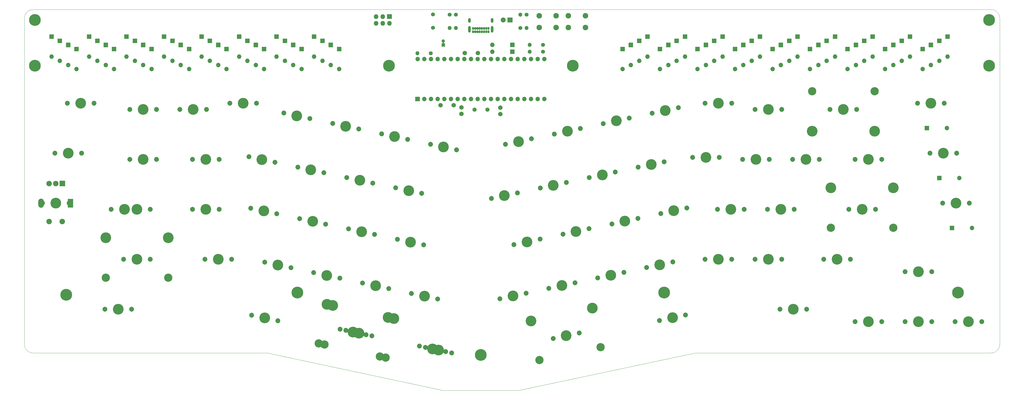
<source format=gbr>
%TF.GenerationSoftware,KiCad,Pcbnew,5.1.7-a382d34a8~88~ubuntu20.04.1*%
%TF.CreationDate,2021-03-29T21:25:24+02:00*%
%TF.ProjectId,basketweave,6261736b-6574-4776-9561-76652e6b6963,rev?*%
%TF.SameCoordinates,Original*%
%TF.FileFunction,Soldermask,Top*%
%TF.FilePolarity,Negative*%
%FSLAX46Y46*%
G04 Gerber Fmt 4.6, Leading zero omitted, Abs format (unit mm)*
G04 Created by KiCad (PCBNEW 5.1.7-a382d34a8~88~ubuntu20.04.1) date 2021-03-29 21:25:24*
%MOMM*%
%LPD*%
G01*
G04 APERTURE LIST*
%TA.AperFunction,Profile*%
%ADD10C,0.050000*%
%TD*%
%ADD11O,1.702000X1.702000*%
%ADD12C,4.089800*%
%ADD13C,1.852000*%
%ADD14C,3.150000*%
%ADD15C,4.502000*%
%ADD16C,1.902000*%
%ADD17O,0.752000X1.102000*%
%ADD18O,1.002000X2.502000*%
%ADD19O,1.002000X1.802000*%
%ADD20C,2.102000*%
%ADD21O,1.802000X1.802000*%
%ADD22C,1.702000*%
%ADD23O,1.502000X1.502000*%
%ADD24C,1.502000*%
%ADD25C,1.602000*%
%ADD26C,1.302000*%
%ADD27C,0.150000*%
G04 APERTURE END LIST*
D10*
X25400000Y-83343750D02*
G75*
G02*
X28575000Y-80168750I3175000J0D01*
G01*
X184943750Y-225425000D02*
X213518750Y-225425000D01*
X28575000Y-211137500D02*
G75*
G02*
X25400000Y-207962500I0J3175000D01*
G01*
X396875000Y-207962500D02*
G75*
G02*
X393700000Y-211137500I-3175000J0D01*
G01*
X393700000Y-80168750D02*
G75*
G02*
X396875000Y-83343750I0J-3175000D01*
G01*
X280987500Y-211137500D02*
X213518750Y-225425000D01*
X393700000Y-211137500D02*
X280987500Y-211137500D01*
X117824250Y-211137500D02*
X184943750Y-225425000D01*
X28575000Y-211137500D02*
X117824250Y-211137500D01*
X396875000Y-83343750D02*
X396875000Y-207962500D01*
X28575000Y-80168750D02*
X393700000Y-80168750D01*
X25400000Y-83343750D02*
X25400000Y-207962500D01*
X25400000Y-83343750D02*
G75*
G02*
X28575000Y-80168750I3175000J0D01*
G01*
X184943750Y-225425000D02*
X213518750Y-225425000D01*
X28575000Y-211137500D02*
G75*
G02*
X25400000Y-207962500I0J3175000D01*
G01*
X396875000Y-207962500D02*
G75*
G02*
X393700000Y-211137500I-3175000J0D01*
G01*
X393700000Y-80168750D02*
G75*
G02*
X396875000Y-83343750I0J-3175000D01*
G01*
X280987500Y-211137500D02*
X213518750Y-225425000D01*
X393700000Y-211137500D02*
X280987500Y-211137500D01*
X117824250Y-211137500D02*
X184943750Y-225425000D01*
X28575000Y-211137500D02*
X117824250Y-211137500D01*
X396875000Y-83343750D02*
X396875000Y-207962500D01*
X28575000Y-80168750D02*
X393700000Y-80168750D01*
X25400000Y-83343750D02*
X25400000Y-207962500D01*
D11*
X376745500Y-125349000D03*
G36*
G01*
X368274500Y-126149000D02*
X368274500Y-124549000D01*
G75*
G02*
X368325500Y-124498000I51000J0D01*
G01*
X369925500Y-124498000D01*
G75*
G02*
X369976500Y-124549000I0J-51000D01*
G01*
X369976500Y-126149000D01*
G75*
G02*
X369925500Y-126200000I-51000J0D01*
G01*
X368325500Y-126200000D01*
G75*
G02*
X368274500Y-126149000I0J51000D01*
G01*
G37*
D12*
X37306250Y-153987500D03*
D13*
X32226250Y-153987500D03*
X42386250Y-153987500D03*
D12*
X42068750Y-134937500D03*
D13*
X36988750Y-134937500D03*
X47148750Y-134937500D03*
D12*
X375443750Y-134937500D03*
D13*
X370363750Y-134937500D03*
X380523750Y-134937500D03*
D12*
X370681250Y-115887500D03*
D13*
X365601250Y-115887500D03*
X375761250Y-115887500D03*
D12*
X380206250Y-153987500D03*
D13*
X375126250Y-153987500D03*
X385286250Y-153987500D03*
D11*
X386334000Y-163449000D03*
G36*
G01*
X377863000Y-164249000D02*
X377863000Y-162649000D01*
G75*
G02*
X377914000Y-162598000I51000J0D01*
G01*
X379514000Y-162598000D01*
G75*
G02*
X379565000Y-162649000I0J-51000D01*
G01*
X379565000Y-164249000D01*
G75*
G02*
X379514000Y-164300000I-51000J0D01*
G01*
X377914000Y-164300000D01*
G75*
G02*
X377863000Y-164249000I0J51000D01*
G01*
G37*
X381508000Y-144399000D03*
G36*
G01*
X373037000Y-145199000D02*
X373037000Y-143599000D01*
G75*
G02*
X373088000Y-143548000I51000J0D01*
G01*
X374688000Y-143548000D01*
G75*
G02*
X374739000Y-143599000I0J-51000D01*
G01*
X374739000Y-145199000D01*
G75*
G02*
X374688000Y-145250000I-51000J0D01*
G01*
X373088000Y-145250000D01*
G75*
G02*
X373037000Y-145199000I0J51000D01*
G01*
G37*
D12*
X231753322Y-204558443D03*
D13*
X226784332Y-205614634D03*
X236722312Y-203502252D03*
D14*
X221559515Y-213866253D03*
X244851655Y-208915355D03*
D12*
X218390941Y-198959283D03*
X241683081Y-194008386D03*
X152781000Y-203581000D03*
D13*
X147812010Y-202524809D03*
X157749990Y-204637191D03*
D14*
X139682667Y-207937912D03*
X162974807Y-212888810D03*
D12*
X142851241Y-193030943D03*
X166143381Y-197981840D03*
X183134000Y-210058000D03*
D13*
X178165010Y-209001809D03*
X188102990Y-211114191D03*
X277225240Y-196638536D03*
X267287260Y-198750918D03*
D12*
X272256250Y-197694727D03*
D15*
X269081250Y-188118750D03*
D12*
X349250000Y-126523750D03*
X325437500Y-126523750D03*
D14*
X349250000Y-111283750D03*
X325437500Y-111283750D03*
D13*
X342423750Y-118268750D03*
X332263750Y-118268750D03*
D12*
X337343750Y-118268750D03*
D13*
X75723750Y-137318750D03*
X65563750Y-137318750D03*
D12*
X70643750Y-137318750D03*
D13*
X351948750Y-137318750D03*
X341788750Y-137318750D03*
D12*
X346868750Y-137318750D03*
D13*
X68580000Y-156368750D03*
X58420000Y-156368750D03*
D12*
X63500000Y-156368750D03*
D13*
X73342500Y-156368750D03*
X63182500Y-156368750D03*
D12*
X68262500Y-156368750D03*
X344487500Y-156368750D03*
D13*
X339407500Y-156368750D03*
X349567500Y-156368750D03*
D14*
X332581250Y-163353750D03*
X356393750Y-163353750D03*
D12*
X332581250Y-148113750D03*
X356393750Y-148113750D03*
X68262500Y-175418750D03*
D13*
X63182500Y-175418750D03*
X73342500Y-175418750D03*
D14*
X56356250Y-182403750D03*
X80168750Y-182403750D03*
D12*
X56356250Y-167163750D03*
X80168750Y-167163750D03*
D13*
X340042500Y-175418750D03*
X329882500Y-175418750D03*
D12*
X334962500Y-175418750D03*
D13*
X66198750Y-194468750D03*
X56038750Y-194468750D03*
D12*
X61118750Y-194468750D03*
D13*
X121904240Y-198829622D03*
X111966260Y-196717240D03*
D12*
X116935250Y-197773431D03*
X150557691Y-203151878D03*
D13*
X145588701Y-202095687D03*
X155526681Y-204208069D03*
D14*
X137459358Y-207508790D03*
X160751498Y-212459688D03*
D12*
X140627932Y-192601821D03*
X163920072Y-197552718D03*
D13*
X185806463Y-210644235D03*
X175868483Y-208531853D03*
D12*
X180837473Y-209588044D03*
D13*
X323373750Y-194468750D03*
X313213750Y-194468750D03*
D12*
X318293750Y-194468750D03*
D13*
X218550227Y-129462495D03*
X208612247Y-131574877D03*
D12*
X213581237Y-130518686D03*
D13*
X171369552Y-129673222D03*
X161431572Y-127560840D03*
D12*
X166400562Y-128617031D03*
D13*
X190003264Y-133633939D03*
X180065284Y-131521557D03*
D12*
X185034274Y-132577748D03*
D13*
X313848750Y-175418750D03*
X303688750Y-175418750D03*
D12*
X308768750Y-175418750D03*
D13*
X328136250Y-137318750D03*
X317976250Y-137318750D03*
D12*
X323056250Y-137318750D03*
D13*
X221813235Y-167720098D03*
X211875255Y-169832480D03*
D12*
X216844245Y-168776289D03*
D13*
X237183939Y-125501777D03*
X227245959Y-127614159D03*
D12*
X232214949Y-126557968D03*
D13*
X294798750Y-115887500D03*
X284638750Y-115887500D03*
D12*
X289718750Y-115887500D03*
D13*
X213194089Y-150076565D03*
X203256109Y-152188947D03*
D12*
X208225099Y-151132756D03*
D13*
X274451362Y-117580342D03*
X264513382Y-119692724D03*
D12*
X269482372Y-118636533D03*
D13*
X290036250Y-136525000D03*
X279876250Y-136525000D03*
D12*
X284956250Y-136525000D03*
D13*
X390048750Y-199231250D03*
X379888750Y-199231250D03*
D12*
X384968750Y-199231250D03*
X129133139Y-120695595D03*
D13*
X124164149Y-119639404D03*
X134102129Y-121751786D03*
D12*
X108743750Y-115887500D03*
D13*
X103663750Y-115887500D03*
X113823750Y-115887500D03*
X104298750Y-175418750D03*
X94138750Y-175418750D03*
D12*
X99218750Y-175418750D03*
X70643750Y-118268750D03*
D13*
X65563750Y-118268750D03*
X75723750Y-118268750D03*
X255817651Y-121541059D03*
X245879671Y-123653441D03*
D12*
X250848661Y-122597250D03*
D13*
X152735840Y-125712504D03*
X142797860Y-123600122D03*
D12*
X147766850Y-124656313D03*
D13*
X370998750Y-199231250D03*
X360838750Y-199231250D03*
D12*
X365918750Y-199231250D03*
D13*
X351948750Y-199231250D03*
X341788750Y-199231250D03*
D12*
X346868750Y-199231250D03*
D13*
X370998750Y-180181250D03*
X360838750Y-180181250D03*
D12*
X365918750Y-180181250D03*
D13*
X294798750Y-175418750D03*
X284638750Y-175418750D03*
D12*
X289718750Y-175418750D03*
D13*
X272358232Y-176452015D03*
X262420252Y-178564397D03*
D12*
X267389242Y-177508206D03*
D13*
X253724520Y-180412733D03*
X243786540Y-182525115D03*
D12*
X248755530Y-181468924D03*
D13*
X235090808Y-184373451D03*
X225152828Y-186485833D03*
D12*
X230121818Y-185429642D03*
D13*
X182779539Y-190525254D03*
X172841559Y-188412872D03*
D12*
X177810549Y-189469063D03*
D13*
X164145827Y-186564536D03*
X154207847Y-184452154D03*
D12*
X159176837Y-185508345D03*
D13*
X145512115Y-182603819D03*
X135574135Y-180491437D03*
D12*
X140543125Y-181547628D03*
D13*
X126878403Y-178643101D03*
X116940423Y-176530719D03*
D12*
X121909413Y-177586910D03*
D13*
X318611250Y-156368750D03*
X308451250Y-156368750D03*
D12*
X313531250Y-156368750D03*
D13*
X299561250Y-156368750D03*
X289401250Y-156368750D03*
D12*
X294481250Y-156368750D03*
D13*
X277714370Y-155837945D03*
X267776390Y-157950327D03*
D12*
X272745380Y-156894136D03*
D13*
X259080658Y-159798662D03*
X249142678Y-161911044D03*
D12*
X254111668Y-160854853D03*
D13*
X240446946Y-163759380D03*
X230508966Y-165871762D03*
D12*
X235477956Y-164815571D03*
D13*
X177423401Y-169911183D03*
X167485421Y-167798801D03*
D12*
X172454411Y-168854992D03*
D13*
X158789689Y-165950466D03*
X148851709Y-163838084D03*
D12*
X153820699Y-164894275D03*
D13*
X140155977Y-161989748D03*
X130217997Y-159877366D03*
D12*
X135186987Y-160933557D03*
D13*
X121522265Y-158029030D03*
X111584285Y-155916648D03*
D12*
X116553275Y-156972839D03*
D13*
X99536250Y-156368750D03*
X89376250Y-156368750D03*
D12*
X94456250Y-156368750D03*
D13*
X309086250Y-137318750D03*
X298926250Y-137318750D03*
D12*
X304006250Y-137318750D03*
D13*
X269095224Y-138194412D03*
X259157244Y-140306794D03*
D12*
X264126234Y-139250603D03*
D13*
X250461512Y-142155130D03*
X240523532Y-144267512D03*
D12*
X245492522Y-143211321D03*
D13*
X231827801Y-146115848D03*
X221889821Y-148228230D03*
D12*
X226858811Y-147172039D03*
D13*
X176725690Y-150287292D03*
X166787710Y-148174910D03*
D12*
X171756700Y-149231101D03*
D13*
X158091979Y-146326574D03*
X148153999Y-144214192D03*
D12*
X153122989Y-145270383D03*
D13*
X139458267Y-142365857D03*
X129520287Y-140253475D03*
D12*
X134489277Y-141309666D03*
D13*
X120824555Y-138405139D03*
X110886575Y-136292757D03*
D12*
X115855565Y-137348948D03*
D13*
X99536250Y-137318750D03*
X89376250Y-137318750D03*
D12*
X94456250Y-137318750D03*
D13*
X313848750Y-118268750D03*
X303688750Y-118268750D03*
D12*
X308768750Y-118268750D03*
X89693750Y-118268750D03*
D13*
X84613750Y-118268750D03*
X94773750Y-118268750D03*
D16*
X207803750Y-84137500D03*
G36*
G01*
X211294750Y-83237500D02*
X211294750Y-85037500D01*
G75*
G02*
X211243750Y-85088500I-51000J0D01*
G01*
X209443750Y-85088500D01*
G75*
G02*
X209392750Y-85037500I0J51000D01*
G01*
X209392750Y-83237500D01*
G75*
G02*
X209443750Y-83186500I51000J0D01*
G01*
X211243750Y-83186500D01*
G75*
G02*
X211294750Y-83237500I0J-51000D01*
G01*
G37*
D17*
X200506250Y-88650000D03*
X202206250Y-88650000D03*
X201356250Y-88650000D03*
X199656250Y-88650000D03*
X198806250Y-88650000D03*
X197956250Y-88650000D03*
X197106250Y-88650000D03*
X196256250Y-88650000D03*
X202206250Y-87325000D03*
X201351250Y-87325000D03*
X200501250Y-87325000D03*
X199651250Y-87325000D03*
X198801250Y-87325000D03*
X197951250Y-87325000D03*
X197101250Y-87325000D03*
X196251250Y-87325000D03*
D18*
X203556250Y-87670000D03*
X194906250Y-87670000D03*
D19*
X203556250Y-84290000D03*
X194906250Y-84290000D03*
D20*
X227956250Y-82550000D03*
X227956250Y-87050000D03*
X221456250Y-82550000D03*
X221456250Y-87050000D03*
X239068750Y-82550000D03*
X239068750Y-87050000D03*
X232568750Y-82550000D03*
X232568750Y-87050000D03*
G36*
G01*
X163583250Y-81946511D02*
X165283250Y-81946511D01*
G75*
G02*
X165334250Y-81997511I0J-51000D01*
G01*
X165334250Y-83697511D01*
G75*
G02*
X165283250Y-83748511I-51000J0D01*
G01*
X163583250Y-83748511D01*
G75*
G02*
X163532250Y-83697511I0J51000D01*
G01*
X163532250Y-81997511D01*
G75*
G02*
X163583250Y-81946511I51000J0D01*
G01*
G37*
D21*
X164433250Y-85387511D03*
X161893250Y-82847511D03*
X161893250Y-85387511D03*
X159353250Y-82847511D03*
X159353250Y-85387511D03*
D15*
X129381250Y-188118750D03*
G36*
G01*
X175933000Y-115151000D02*
X174333000Y-115151000D01*
G75*
G02*
X174282000Y-115100000I0J51000D01*
G01*
X174282000Y-113500000D01*
G75*
G02*
X174333000Y-113449000I51000J0D01*
G01*
X175933000Y-113449000D01*
G75*
G02*
X175984000Y-113500000I0J-51000D01*
G01*
X175984000Y-115100000D01*
G75*
G02*
X175933000Y-115151000I-51000J0D01*
G01*
G37*
D11*
X223393000Y-99060000D03*
X177673000Y-114300000D03*
X220853000Y-99060000D03*
X180213000Y-114300000D03*
X218313000Y-99060000D03*
X182753000Y-114300000D03*
X215773000Y-99060000D03*
X185293000Y-114300000D03*
X213233000Y-99060000D03*
X187833000Y-114300000D03*
X210693000Y-99060000D03*
X190373000Y-114300000D03*
X208153000Y-99060000D03*
X192913000Y-114300000D03*
X205613000Y-99060000D03*
X195453000Y-114300000D03*
X203073000Y-99060000D03*
X197993000Y-114300000D03*
X200533000Y-99060000D03*
X200533000Y-114300000D03*
X197993000Y-99060000D03*
X203073000Y-114300000D03*
X195453000Y-99060000D03*
X205613000Y-114300000D03*
X192913000Y-99060000D03*
X208153000Y-114300000D03*
X190373000Y-99060000D03*
X210693000Y-114300000D03*
X187833000Y-99060000D03*
X213233000Y-114300000D03*
X185293000Y-99060000D03*
X215773000Y-114300000D03*
X182753000Y-99060000D03*
X218313000Y-114300000D03*
X180213000Y-99060000D03*
X220853000Y-114300000D03*
X177673000Y-99060000D03*
X223393000Y-114300000D03*
X175133000Y-99060000D03*
D22*
X193120000Y-96742250D03*
X198120000Y-96742250D03*
D11*
X203644500Y-93630750D03*
G36*
G01*
X212115500Y-92830750D02*
X212115500Y-94430750D01*
G75*
G02*
X212064500Y-94481750I-51000J0D01*
G01*
X210464500Y-94481750D01*
G75*
G02*
X210413500Y-94430750I0J51000D01*
G01*
X210413500Y-92830750D01*
G75*
G02*
X210464500Y-92779750I51000J0D01*
G01*
X212064500Y-92779750D01*
G75*
G02*
X212115500Y-92830750I0J-51000D01*
G01*
G37*
D23*
X187325000Y-87149000D03*
D24*
X187325000Y-82069000D03*
D23*
X189706250Y-87149000D03*
D24*
X189706250Y-82069000D03*
D22*
X206692500Y-120070250D03*
X206692500Y-117570250D03*
D24*
X180975000Y-82010250D03*
X180975000Y-87110250D03*
D23*
X214312500Y-82137250D03*
D24*
X214312500Y-87217250D03*
D23*
X217805000Y-96234250D03*
D24*
X222885000Y-96234250D03*
D23*
X217805000Y-93599000D03*
D24*
X222885000Y-93599000D03*
D11*
X203644500Y-96234250D03*
G36*
G01*
X212115500Y-95434250D02*
X212115500Y-97034250D01*
G75*
G02*
X212064500Y-97085250I-51000J0D01*
G01*
X210464500Y-97085250D01*
G75*
G02*
X210413500Y-97034250I0J51000D01*
G01*
X210413500Y-95434250D01*
G75*
G02*
X210464500Y-95383250I51000J0D01*
G01*
X212064500Y-95383250D01*
G75*
G02*
X212115500Y-95434250I0J-51000D01*
G01*
G37*
D22*
X183912500Y-116681250D03*
X188912500Y-116681250D03*
X191833500Y-117475000D03*
X191833500Y-119975000D03*
D25*
X201739500Y-118332250D03*
X196859500Y-118332250D03*
G36*
G01*
X38827200Y-145456200D02*
X40827200Y-145456200D01*
G75*
G02*
X40878200Y-145507200I0J-51000D01*
G01*
X40878200Y-147507200D01*
G75*
G02*
X40827200Y-147558200I-51000J0D01*
G01*
X38827200Y-147558200D01*
G75*
G02*
X38776200Y-147507200I0J51000D01*
G01*
X38776200Y-145507200D01*
G75*
G02*
X38827200Y-145456200I51000J0D01*
G01*
G37*
D20*
X37327200Y-146507200D03*
X34827200Y-146507200D03*
G36*
G01*
X41927200Y-152356200D02*
X43927200Y-152356200D01*
G75*
G02*
X43978200Y-152407200I0J-51000D01*
G01*
X43978200Y-155607200D01*
G75*
G02*
X43927200Y-155658200I-51000J0D01*
G01*
X41927200Y-155658200D01*
G75*
G02*
X41876200Y-155607200I0J51000D01*
G01*
X41876200Y-152407200D01*
G75*
G02*
X41927200Y-152356200I51000J0D01*
G01*
G37*
G36*
G01*
X31727200Y-152256200D02*
X31727200Y-152256200D01*
G75*
G02*
X32778200Y-153307200I0J-1051000D01*
G01*
X32778200Y-154707200D01*
G75*
G02*
X31727200Y-155758200I-1051000J0D01*
G01*
X31727200Y-155758200D01*
G75*
G02*
X30676200Y-154707200I0J1051000D01*
G01*
X30676200Y-153307200D01*
G75*
G02*
X31727200Y-152256200I1051000J0D01*
G01*
G37*
X39827200Y-161007200D03*
X34827200Y-161007200D03*
D15*
X29402500Y-84167500D03*
X164226250Y-101563750D03*
X199231250Y-211931250D03*
X381000000Y-188118750D03*
X392872500Y-84167500D03*
X29402500Y-101563750D03*
X392872500Y-101563750D03*
X234236250Y-101563750D03*
X41275000Y-188912500D03*
D11*
X259556250Y-99695000D03*
G36*
G01*
X258756250Y-91224000D02*
X260356250Y-91224000D01*
G75*
G02*
X260407250Y-91275000I0J-51000D01*
G01*
X260407250Y-92875000D01*
G75*
G02*
X260356250Y-92926000I-51000J0D01*
G01*
X258756250Y-92926000D01*
G75*
G02*
X258705250Y-92875000I0J51000D01*
G01*
X258705250Y-91275000D01*
G75*
G02*
X258756250Y-91224000I51000J0D01*
G01*
G37*
X116681250Y-102870000D03*
G36*
G01*
X115881250Y-94399000D02*
X117481250Y-94399000D01*
G75*
G02*
X117532250Y-94450000I0J-51000D01*
G01*
X117532250Y-96050000D01*
G75*
G02*
X117481250Y-96101000I-51000J0D01*
G01*
X115881250Y-96101000D01*
G75*
G02*
X115830250Y-96050000I0J51000D01*
G01*
X115830250Y-94450000D01*
G75*
G02*
X115881250Y-94399000I51000J0D01*
G01*
G37*
D13*
X51911250Y-115887500D03*
X41751250Y-115887500D03*
D12*
X46831250Y-115887500D03*
D11*
X127793750Y-101282500D03*
G36*
G01*
X126993750Y-92811500D02*
X128593750Y-92811500D01*
G75*
G02*
X128644750Y-92862500I0J-51000D01*
G01*
X128644750Y-94462500D01*
G75*
G02*
X128593750Y-94513500I-51000J0D01*
G01*
X126993750Y-94513500D01*
G75*
G02*
X126942750Y-94462500I0J51000D01*
G01*
X126942750Y-92862500D01*
G75*
G02*
X126993750Y-92811500I51000J0D01*
G01*
G37*
D24*
X216693750Y-82137250D03*
D23*
X216693750Y-87217250D03*
D11*
X370681250Y-101282500D03*
G36*
G01*
X369881250Y-92811500D02*
X371481250Y-92811500D01*
G75*
G02*
X371532250Y-92862500I0J-51000D01*
G01*
X371532250Y-94462500D01*
G75*
G02*
X371481250Y-94513500I-51000J0D01*
G01*
X369881250Y-94513500D01*
G75*
G02*
X369830250Y-94462500I0J51000D01*
G01*
X369830250Y-92862500D01*
G75*
G02*
X369881250Y-92811500I51000J0D01*
G01*
G37*
X373856250Y-99695000D03*
G36*
G01*
X373056250Y-91224000D02*
X374656250Y-91224000D01*
G75*
G02*
X374707250Y-91275000I0J-51000D01*
G01*
X374707250Y-92875000D01*
G75*
G02*
X374656250Y-92926000I-51000J0D01*
G01*
X373056250Y-92926000D01*
G75*
G02*
X373005250Y-92875000I0J51000D01*
G01*
X373005250Y-91275000D01*
G75*
G02*
X373056250Y-91224000I51000J0D01*
G01*
G37*
X367506250Y-102870000D03*
G36*
G01*
X366706250Y-94399000D02*
X368306250Y-94399000D01*
G75*
G02*
X368357250Y-94450000I0J-51000D01*
G01*
X368357250Y-96050000D01*
G75*
G02*
X368306250Y-96101000I-51000J0D01*
G01*
X366706250Y-96101000D01*
G75*
G02*
X366655250Y-96050000I0J51000D01*
G01*
X366655250Y-94450000D01*
G75*
G02*
X366706250Y-94399000I51000J0D01*
G01*
G37*
X359568750Y-99695000D03*
G36*
G01*
X358768750Y-91224000D02*
X360368750Y-91224000D01*
G75*
G02*
X360419750Y-91275000I0J-51000D01*
G01*
X360419750Y-92875000D01*
G75*
G02*
X360368750Y-92926000I-51000J0D01*
G01*
X358768750Y-92926000D01*
G75*
G02*
X358717750Y-92875000I0J51000D01*
G01*
X358717750Y-91275000D01*
G75*
G02*
X358768750Y-91224000I51000J0D01*
G01*
G37*
X356393750Y-101282500D03*
G36*
G01*
X355593750Y-92811500D02*
X357193750Y-92811500D01*
G75*
G02*
X357244750Y-92862500I0J-51000D01*
G01*
X357244750Y-94462500D01*
G75*
G02*
X357193750Y-94513500I-51000J0D01*
G01*
X355593750Y-94513500D01*
G75*
G02*
X355542750Y-94462500I0J51000D01*
G01*
X355542750Y-92862500D01*
G75*
G02*
X355593750Y-92811500I51000J0D01*
G01*
G37*
X353218750Y-102870000D03*
G36*
G01*
X352418750Y-94399000D02*
X354018750Y-94399000D01*
G75*
G02*
X354069750Y-94450000I0J-51000D01*
G01*
X354069750Y-96050000D01*
G75*
G02*
X354018750Y-96101000I-51000J0D01*
G01*
X352418750Y-96101000D01*
G75*
G02*
X352367750Y-96050000I0J51000D01*
G01*
X352367750Y-94450000D01*
G75*
G02*
X352418750Y-94399000I51000J0D01*
G01*
G37*
X56356250Y-101282500D03*
G36*
G01*
X55556250Y-92811500D02*
X57156250Y-92811500D01*
G75*
G02*
X57207250Y-92862500I0J-51000D01*
G01*
X57207250Y-94462500D01*
G75*
G02*
X57156250Y-94513500I-51000J0D01*
G01*
X55556250Y-94513500D01*
G75*
G02*
X55505250Y-94462500I0J51000D01*
G01*
X55505250Y-92862500D01*
G75*
G02*
X55556250Y-92811500I51000J0D01*
G01*
G37*
X53181250Y-99695000D03*
G36*
G01*
X52381250Y-91224000D02*
X53981250Y-91224000D01*
G75*
G02*
X54032250Y-91275000I0J-51000D01*
G01*
X54032250Y-92875000D01*
G75*
G02*
X53981250Y-92926000I-51000J0D01*
G01*
X52381250Y-92926000D01*
G75*
G02*
X52330250Y-92875000I0J51000D01*
G01*
X52330250Y-91275000D01*
G75*
G02*
X52381250Y-91224000I51000J0D01*
G01*
G37*
X50006250Y-98107500D03*
G36*
G01*
X49206250Y-89636500D02*
X50806250Y-89636500D01*
G75*
G02*
X50857250Y-89687500I0J-51000D01*
G01*
X50857250Y-91287500D01*
G75*
G02*
X50806250Y-91338500I-51000J0D01*
G01*
X49206250Y-91338500D01*
G75*
G02*
X49155250Y-91287500I0J51000D01*
G01*
X49155250Y-89687500D01*
G75*
G02*
X49206250Y-89636500I51000J0D01*
G01*
G37*
X42068750Y-101282500D03*
G36*
G01*
X41268750Y-92811500D02*
X42868750Y-92811500D01*
G75*
G02*
X42919750Y-92862500I0J-51000D01*
G01*
X42919750Y-94462500D01*
G75*
G02*
X42868750Y-94513500I-51000J0D01*
G01*
X41268750Y-94513500D01*
G75*
G02*
X41217750Y-94462500I0J51000D01*
G01*
X41217750Y-92862500D01*
G75*
G02*
X41268750Y-92811500I51000J0D01*
G01*
G37*
X377031250Y-98107500D03*
G36*
G01*
X376231250Y-89636500D02*
X377831250Y-89636500D01*
G75*
G02*
X377882250Y-89687500I0J-51000D01*
G01*
X377882250Y-91287500D01*
G75*
G02*
X377831250Y-91338500I-51000J0D01*
G01*
X376231250Y-91338500D01*
G75*
G02*
X376180250Y-91287500I0J51000D01*
G01*
X376180250Y-89687500D01*
G75*
G02*
X376231250Y-89636500I51000J0D01*
G01*
G37*
X342106250Y-101282500D03*
G36*
G01*
X341306250Y-92811500D02*
X342906250Y-92811500D01*
G75*
G02*
X342957250Y-92862500I0J-51000D01*
G01*
X342957250Y-94462500D01*
G75*
G02*
X342906250Y-94513500I-51000J0D01*
G01*
X341306250Y-94513500D01*
G75*
G02*
X341255250Y-94462500I0J51000D01*
G01*
X341255250Y-92862500D01*
G75*
G02*
X341306250Y-92811500I51000J0D01*
G01*
G37*
X330993750Y-99695000D03*
G36*
G01*
X330193750Y-91224000D02*
X331793750Y-91224000D01*
G75*
G02*
X331844750Y-91275000I0J-51000D01*
G01*
X331844750Y-92875000D01*
G75*
G02*
X331793750Y-92926000I-51000J0D01*
G01*
X330193750Y-92926000D01*
G75*
G02*
X330142750Y-92875000I0J51000D01*
G01*
X330142750Y-91275000D01*
G75*
G02*
X330193750Y-91224000I51000J0D01*
G01*
G37*
X316706250Y-99695000D03*
G36*
G01*
X315906250Y-91224000D02*
X317506250Y-91224000D01*
G75*
G02*
X317557250Y-91275000I0J-51000D01*
G01*
X317557250Y-92875000D01*
G75*
G02*
X317506250Y-92926000I-51000J0D01*
G01*
X315906250Y-92926000D01*
G75*
G02*
X315855250Y-92875000I0J51000D01*
G01*
X315855250Y-91275000D01*
G75*
G02*
X315906250Y-91224000I51000J0D01*
G01*
G37*
X302418750Y-99695000D03*
G36*
G01*
X301618750Y-91224000D02*
X303218750Y-91224000D01*
G75*
G02*
X303269750Y-91275000I0J-51000D01*
G01*
X303269750Y-92875000D01*
G75*
G02*
X303218750Y-92926000I-51000J0D01*
G01*
X301618750Y-92926000D01*
G75*
G02*
X301567750Y-92875000I0J51000D01*
G01*
X301567750Y-91275000D01*
G75*
G02*
X301618750Y-91224000I51000J0D01*
G01*
G37*
X288131250Y-99695000D03*
G36*
G01*
X287331250Y-91224000D02*
X288931250Y-91224000D01*
G75*
G02*
X288982250Y-91275000I0J-51000D01*
G01*
X288982250Y-92875000D01*
G75*
G02*
X288931250Y-92926000I-51000J0D01*
G01*
X287331250Y-92926000D01*
G75*
G02*
X287280250Y-92875000I0J51000D01*
G01*
X287280250Y-91275000D01*
G75*
G02*
X287331250Y-91224000I51000J0D01*
G01*
G37*
X273843750Y-99695000D03*
G36*
G01*
X273043750Y-91224000D02*
X274643750Y-91224000D01*
G75*
G02*
X274694750Y-91275000I0J-51000D01*
G01*
X274694750Y-92875000D01*
G75*
G02*
X274643750Y-92926000I-51000J0D01*
G01*
X273043750Y-92926000D01*
G75*
G02*
X272992750Y-92875000I0J51000D01*
G01*
X272992750Y-91275000D01*
G75*
G02*
X273043750Y-91224000I51000J0D01*
G01*
G37*
X142081250Y-101282500D03*
G36*
G01*
X141281250Y-92811500D02*
X142881250Y-92811500D01*
G75*
G02*
X142932250Y-92862500I0J-51000D01*
G01*
X142932250Y-94462500D01*
G75*
G02*
X142881250Y-94513500I-51000J0D01*
G01*
X141281250Y-94513500D01*
G75*
G02*
X141230250Y-94462500I0J51000D01*
G01*
X141230250Y-92862500D01*
G75*
G02*
X141281250Y-92811500I51000J0D01*
G01*
G37*
G36*
G01*
X112706250Y-92811500D02*
X114306250Y-92811500D01*
G75*
G02*
X114357250Y-92862500I0J-51000D01*
G01*
X114357250Y-94462500D01*
G75*
G02*
X114306250Y-94513500I-51000J0D01*
G01*
X112706250Y-94513500D01*
G75*
G02*
X112655250Y-94462500I0J51000D01*
G01*
X112655250Y-92862500D01*
G75*
G02*
X112706250Y-92811500I51000J0D01*
G01*
G37*
X113506250Y-101282500D03*
X99218750Y-101282500D03*
G36*
G01*
X98418750Y-92811500D02*
X100018750Y-92811500D01*
G75*
G02*
X100069750Y-92862500I0J-51000D01*
G01*
X100069750Y-94462500D01*
G75*
G02*
X100018750Y-94513500I-51000J0D01*
G01*
X98418750Y-94513500D01*
G75*
G02*
X98367750Y-94462500I0J51000D01*
G01*
X98367750Y-92862500D01*
G75*
G02*
X98418750Y-92811500I51000J0D01*
G01*
G37*
X84931250Y-101282500D03*
G36*
G01*
X84131250Y-92811500D02*
X85731250Y-92811500D01*
G75*
G02*
X85782250Y-92862500I0J-51000D01*
G01*
X85782250Y-94462500D01*
G75*
G02*
X85731250Y-94513500I-51000J0D01*
G01*
X84131250Y-94513500D01*
G75*
G02*
X84080250Y-94462500I0J51000D01*
G01*
X84080250Y-92862500D01*
G75*
G02*
X84131250Y-92811500I51000J0D01*
G01*
G37*
X70643750Y-101282500D03*
G36*
G01*
X69843750Y-92811500D02*
X71443750Y-92811500D01*
G75*
G02*
X71494750Y-92862500I0J-51000D01*
G01*
X71494750Y-94462500D01*
G75*
G02*
X71443750Y-94513500I-51000J0D01*
G01*
X69843750Y-94513500D01*
G75*
G02*
X69792750Y-94462500I0J51000D01*
G01*
X69792750Y-92862500D01*
G75*
G02*
X69843750Y-92811500I51000J0D01*
G01*
G37*
X345281250Y-99695000D03*
G36*
G01*
X344481250Y-91224000D02*
X346081250Y-91224000D01*
G75*
G02*
X346132250Y-91275000I0J-51000D01*
G01*
X346132250Y-92875000D01*
G75*
G02*
X346081250Y-92926000I-51000J0D01*
G01*
X344481250Y-92926000D01*
G75*
G02*
X344430250Y-92875000I0J51000D01*
G01*
X344430250Y-91275000D01*
G75*
G02*
X344481250Y-91224000I51000J0D01*
G01*
G37*
X334168750Y-98107500D03*
G36*
G01*
X333368750Y-89636500D02*
X334968750Y-89636500D01*
G75*
G02*
X335019750Y-89687500I0J-51000D01*
G01*
X335019750Y-91287500D01*
G75*
G02*
X334968750Y-91338500I-51000J0D01*
G01*
X333368750Y-91338500D01*
G75*
G02*
X333317750Y-91287500I0J51000D01*
G01*
X333317750Y-89687500D01*
G75*
G02*
X333368750Y-89636500I51000J0D01*
G01*
G37*
X319881250Y-98107500D03*
G36*
G01*
X319081250Y-89636500D02*
X320681250Y-89636500D01*
G75*
G02*
X320732250Y-89687500I0J-51000D01*
G01*
X320732250Y-91287500D01*
G75*
G02*
X320681250Y-91338500I-51000J0D01*
G01*
X319081250Y-91338500D01*
G75*
G02*
X319030250Y-91287500I0J51000D01*
G01*
X319030250Y-89687500D01*
G75*
G02*
X319081250Y-89636500I51000J0D01*
G01*
G37*
X305593750Y-98107500D03*
G36*
G01*
X304793750Y-89636500D02*
X306393750Y-89636500D01*
G75*
G02*
X306444750Y-89687500I0J-51000D01*
G01*
X306444750Y-91287500D01*
G75*
G02*
X306393750Y-91338500I-51000J0D01*
G01*
X304793750Y-91338500D01*
G75*
G02*
X304742750Y-91287500I0J51000D01*
G01*
X304742750Y-89687500D01*
G75*
G02*
X304793750Y-89636500I51000J0D01*
G01*
G37*
X291306250Y-98107500D03*
G36*
G01*
X290506250Y-89636500D02*
X292106250Y-89636500D01*
G75*
G02*
X292157250Y-89687500I0J-51000D01*
G01*
X292157250Y-91287500D01*
G75*
G02*
X292106250Y-91338500I-51000J0D01*
G01*
X290506250Y-91338500D01*
G75*
G02*
X290455250Y-91287500I0J51000D01*
G01*
X290455250Y-89687500D01*
G75*
G02*
X290506250Y-89636500I51000J0D01*
G01*
G37*
X277018750Y-98107500D03*
G36*
G01*
X276218750Y-89636500D02*
X277818750Y-89636500D01*
G75*
G02*
X277869750Y-89687500I0J-51000D01*
G01*
X277869750Y-91287500D01*
G75*
G02*
X277818750Y-91338500I-51000J0D01*
G01*
X276218750Y-91338500D01*
G75*
G02*
X276167750Y-91287500I0J51000D01*
G01*
X276167750Y-89687500D01*
G75*
G02*
X276218750Y-89636500I51000J0D01*
G01*
G37*
X262731250Y-98107500D03*
G36*
G01*
X261931250Y-89636500D02*
X263531250Y-89636500D01*
G75*
G02*
X263582250Y-89687500I0J-51000D01*
G01*
X263582250Y-91287500D01*
G75*
G02*
X263531250Y-91338500I-51000J0D01*
G01*
X261931250Y-91338500D01*
G75*
G02*
X261880250Y-91287500I0J51000D01*
G01*
X261880250Y-89687500D01*
G75*
G02*
X261931250Y-89636500I51000J0D01*
G01*
G37*
X138906250Y-99695000D03*
G36*
G01*
X138106250Y-91224000D02*
X139706250Y-91224000D01*
G75*
G02*
X139757250Y-91275000I0J-51000D01*
G01*
X139757250Y-92875000D01*
G75*
G02*
X139706250Y-92926000I-51000J0D01*
G01*
X138106250Y-92926000D01*
G75*
G02*
X138055250Y-92875000I0J51000D01*
G01*
X138055250Y-91275000D01*
G75*
G02*
X138106250Y-91224000I51000J0D01*
G01*
G37*
X124618750Y-99695000D03*
G36*
G01*
X123818750Y-91224000D02*
X125418750Y-91224000D01*
G75*
G02*
X125469750Y-91275000I0J-51000D01*
G01*
X125469750Y-92875000D01*
G75*
G02*
X125418750Y-92926000I-51000J0D01*
G01*
X123818750Y-92926000D01*
G75*
G02*
X123767750Y-92875000I0J51000D01*
G01*
X123767750Y-91275000D01*
G75*
G02*
X123818750Y-91224000I51000J0D01*
G01*
G37*
X110331250Y-99695000D03*
G36*
G01*
X109531250Y-91224000D02*
X111131250Y-91224000D01*
G75*
G02*
X111182250Y-91275000I0J-51000D01*
G01*
X111182250Y-92875000D01*
G75*
G02*
X111131250Y-92926000I-51000J0D01*
G01*
X109531250Y-92926000D01*
G75*
G02*
X109480250Y-92875000I0J51000D01*
G01*
X109480250Y-91275000D01*
G75*
G02*
X109531250Y-91224000I51000J0D01*
G01*
G37*
X96043750Y-99695000D03*
G36*
G01*
X95243750Y-91224000D02*
X96843750Y-91224000D01*
G75*
G02*
X96894750Y-91275000I0J-51000D01*
G01*
X96894750Y-92875000D01*
G75*
G02*
X96843750Y-92926000I-51000J0D01*
G01*
X95243750Y-92926000D01*
G75*
G02*
X95192750Y-92875000I0J51000D01*
G01*
X95192750Y-91275000D01*
G75*
G02*
X95243750Y-91224000I51000J0D01*
G01*
G37*
X81756250Y-99695000D03*
G36*
G01*
X80956250Y-91224000D02*
X82556250Y-91224000D01*
G75*
G02*
X82607250Y-91275000I0J-51000D01*
G01*
X82607250Y-92875000D01*
G75*
G02*
X82556250Y-92926000I-51000J0D01*
G01*
X80956250Y-92926000D01*
G75*
G02*
X80905250Y-92875000I0J51000D01*
G01*
X80905250Y-91275000D01*
G75*
G02*
X80956250Y-91224000I51000J0D01*
G01*
G37*
X67468750Y-99695000D03*
G36*
G01*
X66668750Y-91224000D02*
X68268750Y-91224000D01*
G75*
G02*
X68319750Y-91275000I0J-51000D01*
G01*
X68319750Y-92875000D01*
G75*
G02*
X68268750Y-92926000I-51000J0D01*
G01*
X66668750Y-92926000D01*
G75*
G02*
X66617750Y-92875000I0J51000D01*
G01*
X66617750Y-91275000D01*
G75*
G02*
X66668750Y-91224000I51000J0D01*
G01*
G37*
X38893750Y-99695000D03*
G36*
G01*
X38093750Y-91224000D02*
X39693750Y-91224000D01*
G75*
G02*
X39744750Y-91275000I0J-51000D01*
G01*
X39744750Y-92875000D01*
G75*
G02*
X39693750Y-92926000I-51000J0D01*
G01*
X38093750Y-92926000D01*
G75*
G02*
X38042750Y-92875000I0J51000D01*
G01*
X38042750Y-91275000D01*
G75*
G02*
X38093750Y-91224000I51000J0D01*
G01*
G37*
X362743750Y-98107500D03*
G36*
G01*
X361943750Y-89636500D02*
X363543750Y-89636500D01*
G75*
G02*
X363594750Y-89687500I0J-51000D01*
G01*
X363594750Y-91287500D01*
G75*
G02*
X363543750Y-91338500I-51000J0D01*
G01*
X361943750Y-91338500D01*
G75*
G02*
X361892750Y-91287500I0J51000D01*
G01*
X361892750Y-89687500D01*
G75*
G02*
X361943750Y-89636500I51000J0D01*
G01*
G37*
X338931250Y-102870000D03*
G36*
G01*
X338131250Y-94399000D02*
X339731250Y-94399000D01*
G75*
G02*
X339782250Y-94450000I0J-51000D01*
G01*
X339782250Y-96050000D01*
G75*
G02*
X339731250Y-96101000I-51000J0D01*
G01*
X338131250Y-96101000D01*
G75*
G02*
X338080250Y-96050000I0J51000D01*
G01*
X338080250Y-94450000D01*
G75*
G02*
X338131250Y-94399000I51000J0D01*
G01*
G37*
X327818750Y-101282500D03*
G36*
G01*
X327018750Y-92811500D02*
X328618750Y-92811500D01*
G75*
G02*
X328669750Y-92862500I0J-51000D01*
G01*
X328669750Y-94462500D01*
G75*
G02*
X328618750Y-94513500I-51000J0D01*
G01*
X327018750Y-94513500D01*
G75*
G02*
X326967750Y-94462500I0J51000D01*
G01*
X326967750Y-92862500D01*
G75*
G02*
X327018750Y-92811500I51000J0D01*
G01*
G37*
X313531250Y-101282500D03*
G36*
G01*
X312731250Y-92811500D02*
X314331250Y-92811500D01*
G75*
G02*
X314382250Y-92862500I0J-51000D01*
G01*
X314382250Y-94462500D01*
G75*
G02*
X314331250Y-94513500I-51000J0D01*
G01*
X312731250Y-94513500D01*
G75*
G02*
X312680250Y-94462500I0J51000D01*
G01*
X312680250Y-92862500D01*
G75*
G02*
X312731250Y-92811500I51000J0D01*
G01*
G37*
X299243750Y-101282500D03*
G36*
G01*
X298443750Y-92811500D02*
X300043750Y-92811500D01*
G75*
G02*
X300094750Y-92862500I0J-51000D01*
G01*
X300094750Y-94462500D01*
G75*
G02*
X300043750Y-94513500I-51000J0D01*
G01*
X298443750Y-94513500D01*
G75*
G02*
X298392750Y-94462500I0J51000D01*
G01*
X298392750Y-92862500D01*
G75*
G02*
X298443750Y-92811500I51000J0D01*
G01*
G37*
X284956250Y-101282500D03*
G36*
G01*
X284156250Y-92811500D02*
X285756250Y-92811500D01*
G75*
G02*
X285807250Y-92862500I0J-51000D01*
G01*
X285807250Y-94462500D01*
G75*
G02*
X285756250Y-94513500I-51000J0D01*
G01*
X284156250Y-94513500D01*
G75*
G02*
X284105250Y-94462500I0J51000D01*
G01*
X284105250Y-92862500D01*
G75*
G02*
X284156250Y-92811500I51000J0D01*
G01*
G37*
X270668750Y-101282500D03*
G36*
G01*
X269868750Y-92811500D02*
X271468750Y-92811500D01*
G75*
G02*
X271519750Y-92862500I0J-51000D01*
G01*
X271519750Y-94462500D01*
G75*
G02*
X271468750Y-94513500I-51000J0D01*
G01*
X269868750Y-94513500D01*
G75*
G02*
X269817750Y-94462500I0J51000D01*
G01*
X269817750Y-92862500D01*
G75*
G02*
X269868750Y-92811500I51000J0D01*
G01*
G37*
X256381250Y-101282500D03*
G36*
G01*
X255581250Y-92811500D02*
X257181250Y-92811500D01*
G75*
G02*
X257232250Y-92862500I0J-51000D01*
G01*
X257232250Y-94462500D01*
G75*
G02*
X257181250Y-94513500I-51000J0D01*
G01*
X255581250Y-94513500D01*
G75*
G02*
X255530250Y-94462500I0J51000D01*
G01*
X255530250Y-92862500D01*
G75*
G02*
X255581250Y-92811500I51000J0D01*
G01*
G37*
X135731250Y-98107500D03*
G36*
G01*
X134931250Y-89636500D02*
X136531250Y-89636500D01*
G75*
G02*
X136582250Y-89687500I0J-51000D01*
G01*
X136582250Y-91287500D01*
G75*
G02*
X136531250Y-91338500I-51000J0D01*
G01*
X134931250Y-91338500D01*
G75*
G02*
X134880250Y-91287500I0J51000D01*
G01*
X134880250Y-89687500D01*
G75*
G02*
X134931250Y-89636500I51000J0D01*
G01*
G37*
X121443750Y-98107500D03*
G36*
G01*
X120643750Y-89636500D02*
X122243750Y-89636500D01*
G75*
G02*
X122294750Y-89687500I0J-51000D01*
G01*
X122294750Y-91287500D01*
G75*
G02*
X122243750Y-91338500I-51000J0D01*
G01*
X120643750Y-91338500D01*
G75*
G02*
X120592750Y-91287500I0J51000D01*
G01*
X120592750Y-89687500D01*
G75*
G02*
X120643750Y-89636500I51000J0D01*
G01*
G37*
X107156250Y-98107500D03*
G36*
G01*
X106356250Y-89636500D02*
X107956250Y-89636500D01*
G75*
G02*
X108007250Y-89687500I0J-51000D01*
G01*
X108007250Y-91287500D01*
G75*
G02*
X107956250Y-91338500I-51000J0D01*
G01*
X106356250Y-91338500D01*
G75*
G02*
X106305250Y-91287500I0J51000D01*
G01*
X106305250Y-89687500D01*
G75*
G02*
X106356250Y-89636500I51000J0D01*
G01*
G37*
X92868750Y-98107500D03*
G36*
G01*
X92068750Y-89636500D02*
X93668750Y-89636500D01*
G75*
G02*
X93719750Y-89687500I0J-51000D01*
G01*
X93719750Y-91287500D01*
G75*
G02*
X93668750Y-91338500I-51000J0D01*
G01*
X92068750Y-91338500D01*
G75*
G02*
X92017750Y-91287500I0J51000D01*
G01*
X92017750Y-89687500D01*
G75*
G02*
X92068750Y-89636500I51000J0D01*
G01*
G37*
X78581250Y-98107500D03*
G36*
G01*
X77781250Y-89636500D02*
X79381250Y-89636500D01*
G75*
G02*
X79432250Y-89687500I0J-51000D01*
G01*
X79432250Y-91287500D01*
G75*
G02*
X79381250Y-91338500I-51000J0D01*
G01*
X77781250Y-91338500D01*
G75*
G02*
X77730250Y-91287500I0J51000D01*
G01*
X77730250Y-89687500D01*
G75*
G02*
X77781250Y-89636500I51000J0D01*
G01*
G37*
G36*
G01*
X63493750Y-89636500D02*
X65093750Y-89636500D01*
G75*
G02*
X65144750Y-89687500I0J-51000D01*
G01*
X65144750Y-91287500D01*
G75*
G02*
X65093750Y-91338500I-51000J0D01*
G01*
X63493750Y-91338500D01*
G75*
G02*
X63442750Y-91287500I0J51000D01*
G01*
X63442750Y-89687500D01*
G75*
G02*
X63493750Y-89636500I51000J0D01*
G01*
G37*
X64293750Y-98107500D03*
G36*
G01*
X34918750Y-89636500D02*
X36518750Y-89636500D01*
G75*
G02*
X36569750Y-89687500I0J-51000D01*
G01*
X36569750Y-91287500D01*
G75*
G02*
X36518750Y-91338500I-51000J0D01*
G01*
X34918750Y-91338500D01*
G75*
G02*
X34867750Y-91287500I0J51000D01*
G01*
X34867750Y-89687500D01*
G75*
G02*
X34918750Y-89636500I51000J0D01*
G01*
G37*
X35718750Y-98107500D03*
X348456250Y-98107500D03*
G36*
G01*
X347656250Y-89636500D02*
X349256250Y-89636500D01*
G75*
G02*
X349307250Y-89687500I0J-51000D01*
G01*
X349307250Y-91287500D01*
G75*
G02*
X349256250Y-91338500I-51000J0D01*
G01*
X347656250Y-91338500D01*
G75*
G02*
X347605250Y-91287500I0J51000D01*
G01*
X347605250Y-89687500D01*
G75*
G02*
X347656250Y-89636500I51000J0D01*
G01*
G37*
X324643750Y-102870000D03*
G36*
G01*
X323843750Y-94399000D02*
X325443750Y-94399000D01*
G75*
G02*
X325494750Y-94450000I0J-51000D01*
G01*
X325494750Y-96050000D01*
G75*
G02*
X325443750Y-96101000I-51000J0D01*
G01*
X323843750Y-96101000D01*
G75*
G02*
X323792750Y-96050000I0J51000D01*
G01*
X323792750Y-94450000D01*
G75*
G02*
X323843750Y-94399000I51000J0D01*
G01*
G37*
X310356250Y-102870000D03*
G36*
G01*
X309556250Y-94399000D02*
X311156250Y-94399000D01*
G75*
G02*
X311207250Y-94450000I0J-51000D01*
G01*
X311207250Y-96050000D01*
G75*
G02*
X311156250Y-96101000I-51000J0D01*
G01*
X309556250Y-96101000D01*
G75*
G02*
X309505250Y-96050000I0J51000D01*
G01*
X309505250Y-94450000D01*
G75*
G02*
X309556250Y-94399000I51000J0D01*
G01*
G37*
X296068750Y-102870000D03*
G36*
G01*
X295268750Y-94399000D02*
X296868750Y-94399000D01*
G75*
G02*
X296919750Y-94450000I0J-51000D01*
G01*
X296919750Y-96050000D01*
G75*
G02*
X296868750Y-96101000I-51000J0D01*
G01*
X295268750Y-96101000D01*
G75*
G02*
X295217750Y-96050000I0J51000D01*
G01*
X295217750Y-94450000D01*
G75*
G02*
X295268750Y-94399000I51000J0D01*
G01*
G37*
X281781250Y-102870000D03*
G36*
G01*
X280981250Y-94399000D02*
X282581250Y-94399000D01*
G75*
G02*
X282632250Y-94450000I0J-51000D01*
G01*
X282632250Y-96050000D01*
G75*
G02*
X282581250Y-96101000I-51000J0D01*
G01*
X280981250Y-96101000D01*
G75*
G02*
X280930250Y-96050000I0J51000D01*
G01*
X280930250Y-94450000D01*
G75*
G02*
X280981250Y-94399000I51000J0D01*
G01*
G37*
X267493750Y-102870000D03*
G36*
G01*
X266693750Y-94399000D02*
X268293750Y-94399000D01*
G75*
G02*
X268344750Y-94450000I0J-51000D01*
G01*
X268344750Y-96050000D01*
G75*
G02*
X268293750Y-96101000I-51000J0D01*
G01*
X266693750Y-96101000D01*
G75*
G02*
X266642750Y-96050000I0J51000D01*
G01*
X266642750Y-94450000D01*
G75*
G02*
X266693750Y-94399000I51000J0D01*
G01*
G37*
X253206250Y-102870000D03*
G36*
G01*
X252406250Y-94399000D02*
X254006250Y-94399000D01*
G75*
G02*
X254057250Y-94450000I0J-51000D01*
G01*
X254057250Y-96050000D01*
G75*
G02*
X254006250Y-96101000I-51000J0D01*
G01*
X252406250Y-96101000D01*
G75*
G02*
X252355250Y-96050000I0J51000D01*
G01*
X252355250Y-94450000D01*
G75*
G02*
X252406250Y-94399000I51000J0D01*
G01*
G37*
X145256250Y-102870000D03*
G36*
G01*
X144456250Y-94399000D02*
X146056250Y-94399000D01*
G75*
G02*
X146107250Y-94450000I0J-51000D01*
G01*
X146107250Y-96050000D01*
G75*
G02*
X146056250Y-96101000I-51000J0D01*
G01*
X144456250Y-96101000D01*
G75*
G02*
X144405250Y-96050000I0J51000D01*
G01*
X144405250Y-94450000D01*
G75*
G02*
X144456250Y-94399000I51000J0D01*
G01*
G37*
X130968750Y-102870000D03*
G36*
G01*
X130168750Y-94399000D02*
X131768750Y-94399000D01*
G75*
G02*
X131819750Y-94450000I0J-51000D01*
G01*
X131819750Y-96050000D01*
G75*
G02*
X131768750Y-96101000I-51000J0D01*
G01*
X130168750Y-96101000D01*
G75*
G02*
X130117750Y-96050000I0J51000D01*
G01*
X130117750Y-94450000D01*
G75*
G02*
X130168750Y-94399000I51000J0D01*
G01*
G37*
X102393750Y-102870000D03*
G36*
G01*
X101593750Y-94399000D02*
X103193750Y-94399000D01*
G75*
G02*
X103244750Y-94450000I0J-51000D01*
G01*
X103244750Y-96050000D01*
G75*
G02*
X103193750Y-96101000I-51000J0D01*
G01*
X101593750Y-96101000D01*
G75*
G02*
X101542750Y-96050000I0J51000D01*
G01*
X101542750Y-94450000D01*
G75*
G02*
X101593750Y-94399000I51000J0D01*
G01*
G37*
X88106250Y-102870000D03*
G36*
G01*
X87306250Y-94399000D02*
X88906250Y-94399000D01*
G75*
G02*
X88957250Y-94450000I0J-51000D01*
G01*
X88957250Y-96050000D01*
G75*
G02*
X88906250Y-96101000I-51000J0D01*
G01*
X87306250Y-96101000D01*
G75*
G02*
X87255250Y-96050000I0J51000D01*
G01*
X87255250Y-94450000D01*
G75*
G02*
X87306250Y-94399000I51000J0D01*
G01*
G37*
X73818750Y-102870000D03*
G36*
G01*
X73018750Y-94399000D02*
X74618750Y-94399000D01*
G75*
G02*
X74669750Y-94450000I0J-51000D01*
G01*
X74669750Y-96050000D01*
G75*
G02*
X74618750Y-96101000I-51000J0D01*
G01*
X73018750Y-96101000D01*
G75*
G02*
X72967750Y-96050000I0J51000D01*
G01*
X72967750Y-94450000D01*
G75*
G02*
X73018750Y-94399000I51000J0D01*
G01*
G37*
X59531250Y-102870000D03*
G36*
G01*
X58731250Y-94399000D02*
X60331250Y-94399000D01*
G75*
G02*
X60382250Y-94450000I0J-51000D01*
G01*
X60382250Y-96050000D01*
G75*
G02*
X60331250Y-96101000I-51000J0D01*
G01*
X58731250Y-96101000D01*
G75*
G02*
X58680250Y-96050000I0J51000D01*
G01*
X58680250Y-94450000D01*
G75*
G02*
X58731250Y-94399000I51000J0D01*
G01*
G37*
X45243750Y-102870000D03*
G36*
G01*
X44443750Y-94399000D02*
X46043750Y-94399000D01*
G75*
G02*
X46094750Y-94450000I0J-51000D01*
G01*
X46094750Y-96050000D01*
G75*
G02*
X46043750Y-96101000I-51000J0D01*
G01*
X44443750Y-96101000D01*
G75*
G02*
X44392750Y-96050000I0J51000D01*
G01*
X44392750Y-94450000D01*
G75*
G02*
X44443750Y-94399000I51000J0D01*
G01*
G37*
D24*
X180181250Y-96837500D03*
D23*
X175101250Y-96837500D03*
D13*
X216457096Y-188334168D03*
X206519116Y-190446550D03*
D12*
X211488106Y-189390359D03*
D26*
X184943750Y-92162500D03*
G36*
G01*
X185543751Y-94313500D02*
X184343749Y-94313500D01*
G75*
G02*
X184292750Y-94262501I0J50999D01*
G01*
X184292750Y-93062499D01*
G75*
G02*
X184343749Y-93011500I50999J0D01*
G01*
X185543751Y-93011500D01*
G75*
G02*
X185594750Y-93062499I0J-50999D01*
G01*
X185594750Y-94262501D01*
G75*
G02*
X185543751Y-94313500I-50999J0D01*
G01*
G37*
D27*
G36*
X184953295Y-210987381D02*
G01*
X184991577Y-211079801D01*
X185045681Y-211160774D01*
X185045812Y-211162770D01*
X185044149Y-211163881D01*
X185042472Y-211163154D01*
X185030949Y-211149113D01*
X185012312Y-211133818D01*
X184991049Y-211122452D01*
X184967974Y-211115452D01*
X184943983Y-211113089D01*
X184919992Y-211115452D01*
X184896917Y-211122452D01*
X184875653Y-211133817D01*
X184857016Y-211149112D01*
X184845490Y-211163156D01*
X184843618Y-211163860D01*
X184842072Y-211162591D01*
X184842281Y-211160776D01*
X184935668Y-211021012D01*
X184949599Y-210987381D01*
X184951186Y-210986163D01*
X184953295Y-210987381D01*
G37*
G36*
X185154143Y-209772402D02*
G01*
X185159415Y-209789783D01*
X185170780Y-209811046D01*
X185186075Y-209829683D01*
X185204712Y-209844979D01*
X185225976Y-209856344D01*
X185249051Y-209863344D01*
X185273042Y-209865707D01*
X185297033Y-209863344D01*
X185320108Y-209856344D01*
X185336125Y-209847783D01*
X185338124Y-209847849D01*
X185339067Y-209849612D01*
X185338179Y-209851210D01*
X185220289Y-209929981D01*
X185170467Y-209979803D01*
X185168535Y-209980321D01*
X185167053Y-209978389D01*
X185167053Y-209857764D01*
X185150267Y-209773373D01*
X185150910Y-209771479D01*
X185152872Y-209771089D01*
X185154143Y-209772402D01*
G37*
G36*
X178804420Y-209667655D02*
G01*
X178804420Y-209788280D01*
X178821206Y-209872671D01*
X178820563Y-209874565D01*
X178818601Y-209874955D01*
X178817330Y-209873642D01*
X178812058Y-209856261D01*
X178800693Y-209834998D01*
X178785398Y-209816361D01*
X178766761Y-209801065D01*
X178745497Y-209789700D01*
X178722422Y-209782700D01*
X178698431Y-209780337D01*
X178674440Y-209782700D01*
X178651365Y-209789700D01*
X178635348Y-209798261D01*
X178633349Y-209798195D01*
X178632406Y-209796432D01*
X178633294Y-209794834D01*
X178751184Y-209716063D01*
X178801006Y-209666241D01*
X178802938Y-209665723D01*
X178804420Y-209667655D01*
G37*
G36*
X178929001Y-208482890D02*
G01*
X178940524Y-208496931D01*
X178959161Y-208512226D01*
X178980424Y-208523592D01*
X179003499Y-208530592D01*
X179027490Y-208532955D01*
X179051481Y-208530592D01*
X179074556Y-208523592D01*
X179095820Y-208512227D01*
X179114457Y-208496932D01*
X179125983Y-208482888D01*
X179127855Y-208482184D01*
X179129401Y-208483453D01*
X179129192Y-208485268D01*
X179035805Y-208625032D01*
X179021874Y-208658663D01*
X179020287Y-208659881D01*
X179018178Y-208658663D01*
X178979896Y-208566243D01*
X178925792Y-208485270D01*
X178925661Y-208483274D01*
X178927324Y-208482163D01*
X178929001Y-208482890D01*
G37*
G36*
X154633461Y-204430960D02*
G01*
X154642478Y-204476291D01*
X154711795Y-204643635D01*
X154715646Y-204649398D01*
X154715777Y-204651393D01*
X154714114Y-204652505D01*
X154712437Y-204651778D01*
X154700916Y-204637740D01*
X154682279Y-204622445D01*
X154661016Y-204611079D01*
X154637941Y-204604079D01*
X154613950Y-204601716D01*
X154589959Y-204604079D01*
X154566884Y-204611079D01*
X154545620Y-204622444D01*
X154526983Y-204637739D01*
X154515459Y-204651781D01*
X154513587Y-204652485D01*
X154512041Y-204651216D01*
X154512250Y-204649401D01*
X154582668Y-204544012D01*
X154629651Y-204430585D01*
X154631238Y-204429367D01*
X154633461Y-204430960D01*
G37*
G36*
X154816902Y-203374628D02*
G01*
X154822174Y-203392009D01*
X154833539Y-203413273D01*
X154848834Y-203431909D01*
X154867471Y-203447205D01*
X154888735Y-203458570D01*
X154911810Y-203465570D01*
X154935801Y-203467933D01*
X154959792Y-203465570D01*
X154982867Y-203458570D01*
X154998892Y-203450004D01*
X155000891Y-203450070D01*
X155001834Y-203451833D01*
X155000946Y-203453431D01*
X154940507Y-203493815D01*
X154817467Y-203616855D01*
X154815535Y-203617373D01*
X154814053Y-203615441D01*
X154814053Y-203380764D01*
X154813026Y-203375599D01*
X154813669Y-203373705D01*
X154815631Y-203373315D01*
X154816902Y-203374628D01*
G37*
G36*
X148524638Y-203117437D02*
G01*
X148524638Y-203352114D01*
X148525665Y-203357279D01*
X148525022Y-203359173D01*
X148523060Y-203359563D01*
X148521789Y-203358250D01*
X148516517Y-203340869D01*
X148505152Y-203319605D01*
X148489857Y-203300969D01*
X148471220Y-203285673D01*
X148449956Y-203274308D01*
X148426881Y-203267308D01*
X148402890Y-203264945D01*
X148378899Y-203267308D01*
X148355824Y-203274308D01*
X148339799Y-203282874D01*
X148337800Y-203282808D01*
X148336857Y-203281045D01*
X148337745Y-203279447D01*
X148398184Y-203239063D01*
X148521224Y-203116023D01*
X148523156Y-203115505D01*
X148524638Y-203117437D01*
G37*
G36*
X148626254Y-202081100D02*
G01*
X148637775Y-202095138D01*
X148656412Y-202110433D01*
X148677675Y-202121799D01*
X148700750Y-202128799D01*
X148724741Y-202131162D01*
X148748732Y-202128799D01*
X148771807Y-202121799D01*
X148793071Y-202110434D01*
X148811708Y-202095139D01*
X148823232Y-202081097D01*
X148825104Y-202080393D01*
X148826650Y-202081662D01*
X148826441Y-202083477D01*
X148756023Y-202188866D01*
X148709040Y-202302293D01*
X148707453Y-202303511D01*
X148705230Y-202301918D01*
X148696213Y-202256587D01*
X148626896Y-202089243D01*
X148623045Y-202083480D01*
X148622914Y-202081485D01*
X148624577Y-202080373D01*
X148626254Y-202081100D01*
G37*
G36*
X185161845Y-92772324D02*
G01*
X185162610Y-92774172D01*
X185161570Y-92775675D01*
X185145546Y-92784239D01*
X185126909Y-92799535D01*
X185111614Y-92818172D01*
X185100249Y-92839435D01*
X185093249Y-92862510D01*
X185090886Y-92886501D01*
X185093249Y-92910492D01*
X185100249Y-92933567D01*
X185111614Y-92954831D01*
X185126910Y-92973468D01*
X185145547Y-92988763D01*
X185166810Y-93000128D01*
X185189885Y-93007128D01*
X185214072Y-93009510D01*
X185215698Y-93010675D01*
X185215502Y-93012665D01*
X185213876Y-93013500D01*
X184673624Y-93013500D01*
X184671892Y-93012500D01*
X184671892Y-93010500D01*
X184673428Y-93009510D01*
X184697615Y-93007128D01*
X184720690Y-93000128D01*
X184741954Y-92988763D01*
X184760591Y-92973468D01*
X184775886Y-92954831D01*
X184787251Y-92933567D01*
X184794251Y-92910492D01*
X184796614Y-92886501D01*
X184794251Y-92862510D01*
X184787251Y-92839435D01*
X184775886Y-92818171D01*
X184760591Y-92799534D01*
X184741954Y-92784239D01*
X184725930Y-92775675D01*
X184724874Y-92773976D01*
X184725817Y-92772213D01*
X184727638Y-92772063D01*
X184755357Y-92783544D01*
X184880140Y-92808365D01*
X185007360Y-92808365D01*
X185132143Y-92783544D01*
X185159862Y-92772063D01*
X185161845Y-92772324D01*
G37*
G36*
X196576088Y-88275363D02*
G01*
X196586183Y-88290470D01*
X196603231Y-88307516D01*
X196623279Y-88320910D01*
X196645553Y-88330135D01*
X196669203Y-88334839D01*
X196693309Y-88334838D01*
X196716959Y-88330132D01*
X196739233Y-88320905D01*
X196759280Y-88307509D01*
X196776326Y-88290461D01*
X196786411Y-88275367D01*
X196788205Y-88274482D01*
X196789868Y-88275593D01*
X196789838Y-88277421D01*
X196760729Y-88331880D01*
X196739445Y-88402041D01*
X196732250Y-88475094D01*
X196732250Y-88824906D01*
X196739445Y-88897958D01*
X196760728Y-88968119D01*
X196789840Y-89022583D01*
X196789774Y-89024582D01*
X196788011Y-89025525D01*
X196786413Y-89024637D01*
X196776322Y-89009535D01*
X196759275Y-88992488D01*
X196739228Y-88979093D01*
X196716954Y-88969867D01*
X196693304Y-88965162D01*
X196669198Y-88965162D01*
X196645547Y-88969866D01*
X196623274Y-88979092D01*
X196603226Y-88992487D01*
X196586179Y-89009534D01*
X196576089Y-89024634D01*
X196574295Y-89025519D01*
X196572632Y-89024408D01*
X196572662Y-89022580D01*
X196601772Y-88968120D01*
X196623055Y-88897959D01*
X196630250Y-88824906D01*
X196630250Y-88475094D01*
X196623055Y-88402041D01*
X196601772Y-88331880D01*
X196572661Y-88277417D01*
X196572727Y-88275418D01*
X196574490Y-88274475D01*
X196576088Y-88275363D01*
G37*
G36*
X201676088Y-88275363D02*
G01*
X201686183Y-88290470D01*
X201703231Y-88307516D01*
X201723279Y-88320910D01*
X201745553Y-88330135D01*
X201769203Y-88334839D01*
X201793309Y-88334838D01*
X201816959Y-88330132D01*
X201839233Y-88320905D01*
X201859280Y-88307509D01*
X201876326Y-88290461D01*
X201886411Y-88275367D01*
X201888205Y-88274482D01*
X201889868Y-88275593D01*
X201889838Y-88277421D01*
X201860729Y-88331880D01*
X201839445Y-88402041D01*
X201832250Y-88475094D01*
X201832250Y-88824906D01*
X201839445Y-88897958D01*
X201860728Y-88968119D01*
X201889840Y-89022583D01*
X201889774Y-89024582D01*
X201888011Y-89025525D01*
X201886413Y-89024637D01*
X201876322Y-89009535D01*
X201859275Y-88992488D01*
X201839228Y-88979093D01*
X201816954Y-88969867D01*
X201793304Y-88965162D01*
X201769198Y-88965162D01*
X201745547Y-88969866D01*
X201723274Y-88979092D01*
X201703226Y-88992487D01*
X201686179Y-89009534D01*
X201676089Y-89024634D01*
X201674295Y-89025519D01*
X201672632Y-89024408D01*
X201672662Y-89022580D01*
X201701772Y-88968120D01*
X201723055Y-88897959D01*
X201730250Y-88824906D01*
X201730250Y-88475094D01*
X201723055Y-88402041D01*
X201701772Y-88331880D01*
X201672661Y-88277417D01*
X201672727Y-88275418D01*
X201674490Y-88274475D01*
X201676088Y-88275363D01*
G37*
G36*
X200826088Y-88275363D02*
G01*
X200836183Y-88290470D01*
X200853231Y-88307516D01*
X200873279Y-88320910D01*
X200895553Y-88330135D01*
X200919203Y-88334839D01*
X200943309Y-88334838D01*
X200966959Y-88330132D01*
X200989233Y-88320905D01*
X201009280Y-88307509D01*
X201026326Y-88290461D01*
X201036411Y-88275367D01*
X201038205Y-88274482D01*
X201039868Y-88275593D01*
X201039838Y-88277421D01*
X201010729Y-88331880D01*
X200989445Y-88402041D01*
X200982250Y-88475094D01*
X200982250Y-88824906D01*
X200989445Y-88897958D01*
X201010728Y-88968119D01*
X201039840Y-89022583D01*
X201039774Y-89024582D01*
X201038011Y-89025525D01*
X201036413Y-89024637D01*
X201026322Y-89009535D01*
X201009275Y-88992488D01*
X200989228Y-88979093D01*
X200966954Y-88969867D01*
X200943304Y-88965162D01*
X200919198Y-88965162D01*
X200895547Y-88969866D01*
X200873274Y-88979092D01*
X200853226Y-88992487D01*
X200836179Y-89009534D01*
X200826089Y-89024634D01*
X200824295Y-89025519D01*
X200822632Y-89024408D01*
X200822662Y-89022580D01*
X200851772Y-88968120D01*
X200873055Y-88897959D01*
X200880250Y-88824906D01*
X200880250Y-88475094D01*
X200873055Y-88402041D01*
X200851772Y-88331880D01*
X200822661Y-88277417D01*
X200822727Y-88275418D01*
X200824490Y-88274475D01*
X200826088Y-88275363D01*
G37*
G36*
X199126088Y-88275363D02*
G01*
X199136183Y-88290470D01*
X199153231Y-88307516D01*
X199173279Y-88320910D01*
X199195553Y-88330135D01*
X199219203Y-88334839D01*
X199243309Y-88334838D01*
X199266959Y-88330132D01*
X199289233Y-88320905D01*
X199309280Y-88307509D01*
X199326326Y-88290461D01*
X199336411Y-88275367D01*
X199338205Y-88274482D01*
X199339868Y-88275593D01*
X199339838Y-88277421D01*
X199310729Y-88331880D01*
X199289445Y-88402041D01*
X199282250Y-88475094D01*
X199282250Y-88824906D01*
X199289445Y-88897958D01*
X199310728Y-88968119D01*
X199339840Y-89022583D01*
X199339774Y-89024582D01*
X199338011Y-89025525D01*
X199336413Y-89024637D01*
X199326322Y-89009535D01*
X199309275Y-88992488D01*
X199289228Y-88979093D01*
X199266954Y-88969867D01*
X199243304Y-88965162D01*
X199219198Y-88965162D01*
X199195547Y-88969866D01*
X199173274Y-88979092D01*
X199153226Y-88992487D01*
X199136179Y-89009534D01*
X199126089Y-89024634D01*
X199124295Y-89025519D01*
X199122632Y-89024408D01*
X199122662Y-89022580D01*
X199151772Y-88968120D01*
X199173055Y-88897959D01*
X199180250Y-88824906D01*
X199180250Y-88475094D01*
X199173055Y-88402041D01*
X199151772Y-88331880D01*
X199122661Y-88277417D01*
X199122727Y-88275418D01*
X199124490Y-88274475D01*
X199126088Y-88275363D01*
G37*
G36*
X199976088Y-88275363D02*
G01*
X199986183Y-88290470D01*
X200003231Y-88307516D01*
X200023279Y-88320910D01*
X200045553Y-88330135D01*
X200069203Y-88334839D01*
X200093309Y-88334838D01*
X200116959Y-88330132D01*
X200139233Y-88320905D01*
X200159280Y-88307509D01*
X200176326Y-88290461D01*
X200186411Y-88275367D01*
X200188205Y-88274482D01*
X200189868Y-88275593D01*
X200189838Y-88277421D01*
X200160729Y-88331880D01*
X200139445Y-88402041D01*
X200132250Y-88475094D01*
X200132250Y-88824906D01*
X200139445Y-88897958D01*
X200160728Y-88968119D01*
X200189840Y-89022583D01*
X200189774Y-89024582D01*
X200188011Y-89025525D01*
X200186413Y-89024637D01*
X200176322Y-89009535D01*
X200159275Y-88992488D01*
X200139228Y-88979093D01*
X200116954Y-88969867D01*
X200093304Y-88965162D01*
X200069198Y-88965162D01*
X200045547Y-88969866D01*
X200023274Y-88979092D01*
X200003226Y-88992487D01*
X199986179Y-89009534D01*
X199976089Y-89024634D01*
X199974295Y-89025519D01*
X199972632Y-89024408D01*
X199972662Y-89022580D01*
X200001772Y-88968120D01*
X200023055Y-88897959D01*
X200030250Y-88824906D01*
X200030250Y-88475094D01*
X200023055Y-88402041D01*
X200001772Y-88331880D01*
X199972661Y-88277417D01*
X199972727Y-88275418D01*
X199974490Y-88274475D01*
X199976088Y-88275363D01*
G37*
G36*
X197426088Y-88275363D02*
G01*
X197436183Y-88290470D01*
X197453231Y-88307516D01*
X197473279Y-88320910D01*
X197495553Y-88330135D01*
X197519203Y-88334839D01*
X197543309Y-88334838D01*
X197566959Y-88330132D01*
X197589233Y-88320905D01*
X197609280Y-88307509D01*
X197626326Y-88290461D01*
X197636411Y-88275367D01*
X197638205Y-88274482D01*
X197639868Y-88275593D01*
X197639838Y-88277421D01*
X197610729Y-88331880D01*
X197589445Y-88402041D01*
X197582250Y-88475094D01*
X197582250Y-88824906D01*
X197589445Y-88897958D01*
X197610728Y-88968119D01*
X197639840Y-89022583D01*
X197639774Y-89024582D01*
X197638011Y-89025525D01*
X197636413Y-89024637D01*
X197626322Y-89009535D01*
X197609275Y-88992488D01*
X197589228Y-88979093D01*
X197566954Y-88969867D01*
X197543304Y-88965162D01*
X197519198Y-88965162D01*
X197495547Y-88969866D01*
X197473274Y-88979092D01*
X197453226Y-88992487D01*
X197436179Y-89009534D01*
X197426089Y-89024634D01*
X197424295Y-89025519D01*
X197422632Y-89024408D01*
X197422662Y-89022580D01*
X197451772Y-88968120D01*
X197473055Y-88897959D01*
X197480250Y-88824906D01*
X197480250Y-88475094D01*
X197473055Y-88402041D01*
X197451772Y-88331880D01*
X197422661Y-88277417D01*
X197422727Y-88275418D01*
X197424490Y-88274475D01*
X197426088Y-88275363D01*
G37*
G36*
X198276088Y-88275363D02*
G01*
X198286183Y-88290470D01*
X198303231Y-88307516D01*
X198323279Y-88320910D01*
X198345553Y-88330135D01*
X198369203Y-88334839D01*
X198393309Y-88334838D01*
X198416959Y-88330132D01*
X198439233Y-88320905D01*
X198459280Y-88307509D01*
X198476326Y-88290461D01*
X198486411Y-88275367D01*
X198488205Y-88274482D01*
X198489868Y-88275593D01*
X198489838Y-88277421D01*
X198460729Y-88331880D01*
X198439445Y-88402041D01*
X198432250Y-88475094D01*
X198432250Y-88824906D01*
X198439445Y-88897958D01*
X198460728Y-88968119D01*
X198489840Y-89022583D01*
X198489774Y-89024582D01*
X198488011Y-89025525D01*
X198486413Y-89024637D01*
X198476322Y-89009535D01*
X198459275Y-88992488D01*
X198439228Y-88979093D01*
X198416954Y-88969867D01*
X198393304Y-88965162D01*
X198369198Y-88965162D01*
X198345547Y-88969866D01*
X198323274Y-88979092D01*
X198303226Y-88992487D01*
X198286179Y-89009534D01*
X198276089Y-89024634D01*
X198274295Y-89025519D01*
X198272632Y-89024408D01*
X198272662Y-89022580D01*
X198301772Y-88968120D01*
X198323055Y-88897959D01*
X198330250Y-88824906D01*
X198330250Y-88475094D01*
X198323055Y-88402041D01*
X198301772Y-88331880D01*
X198272661Y-88277417D01*
X198272727Y-88275418D01*
X198274490Y-88274475D01*
X198276088Y-88275363D01*
G37*
G36*
X196571088Y-86950363D02*
G01*
X196581183Y-86965470D01*
X196598231Y-86982516D01*
X196618279Y-86995910D01*
X196640553Y-87005135D01*
X196664203Y-87009839D01*
X196688309Y-87009838D01*
X196711959Y-87005132D01*
X196734233Y-86995905D01*
X196754280Y-86982509D01*
X196771326Y-86965461D01*
X196781411Y-86950367D01*
X196783205Y-86949482D01*
X196784868Y-86950593D01*
X196784838Y-86952421D01*
X196755729Y-87006880D01*
X196734445Y-87077041D01*
X196727250Y-87150094D01*
X196727250Y-87499906D01*
X196734445Y-87572958D01*
X196755728Y-87643119D01*
X196784840Y-87697583D01*
X196784774Y-87699582D01*
X196783011Y-87700525D01*
X196781413Y-87699637D01*
X196771322Y-87684535D01*
X196754275Y-87667488D01*
X196734228Y-87654093D01*
X196711954Y-87644867D01*
X196688304Y-87640162D01*
X196664198Y-87640162D01*
X196640547Y-87644866D01*
X196618274Y-87654092D01*
X196598226Y-87667487D01*
X196581179Y-87684534D01*
X196571089Y-87699634D01*
X196569295Y-87700519D01*
X196567632Y-87699408D01*
X196567662Y-87697580D01*
X196596772Y-87643120D01*
X196618055Y-87572959D01*
X196625250Y-87499906D01*
X196625250Y-87150094D01*
X196618055Y-87077041D01*
X196596772Y-87006880D01*
X196567661Y-86952417D01*
X196567727Y-86950418D01*
X196569490Y-86949475D01*
X196571088Y-86950363D01*
G37*
G36*
X200821088Y-86950363D02*
G01*
X200831183Y-86965470D01*
X200848231Y-86982516D01*
X200868279Y-86995910D01*
X200890553Y-87005135D01*
X200914203Y-87009839D01*
X200938309Y-87009838D01*
X200961959Y-87005132D01*
X200984233Y-86995905D01*
X201004280Y-86982509D01*
X201021326Y-86965461D01*
X201031411Y-86950367D01*
X201033205Y-86949482D01*
X201034868Y-86950593D01*
X201034838Y-86952421D01*
X201005729Y-87006880D01*
X200984445Y-87077041D01*
X200977250Y-87150094D01*
X200977250Y-87499906D01*
X200984445Y-87572958D01*
X201005728Y-87643119D01*
X201034840Y-87697583D01*
X201034774Y-87699582D01*
X201033011Y-87700525D01*
X201031413Y-87699637D01*
X201021322Y-87684535D01*
X201004275Y-87667488D01*
X200984228Y-87654093D01*
X200961954Y-87644867D01*
X200938304Y-87640162D01*
X200914198Y-87640162D01*
X200890547Y-87644866D01*
X200868274Y-87654092D01*
X200848226Y-87667487D01*
X200831179Y-87684534D01*
X200821089Y-87699634D01*
X200819295Y-87700519D01*
X200817632Y-87699408D01*
X200817662Y-87697580D01*
X200846772Y-87643120D01*
X200868055Y-87572959D01*
X200875250Y-87499906D01*
X200875250Y-87150094D01*
X200868055Y-87077041D01*
X200846772Y-87006880D01*
X200817661Y-86952417D01*
X200817727Y-86950418D01*
X200819490Y-86949475D01*
X200821088Y-86950363D01*
G37*
G36*
X199971088Y-86950363D02*
G01*
X199981183Y-86965470D01*
X199998231Y-86982516D01*
X200018279Y-86995910D01*
X200040553Y-87005135D01*
X200064203Y-87009839D01*
X200088309Y-87009838D01*
X200111959Y-87005132D01*
X200134233Y-86995905D01*
X200154280Y-86982509D01*
X200171326Y-86965461D01*
X200181411Y-86950367D01*
X200183205Y-86949482D01*
X200184868Y-86950593D01*
X200184838Y-86952421D01*
X200155729Y-87006880D01*
X200134445Y-87077041D01*
X200127250Y-87150094D01*
X200127250Y-87499906D01*
X200134445Y-87572958D01*
X200155728Y-87643119D01*
X200184840Y-87697583D01*
X200184774Y-87699582D01*
X200183011Y-87700525D01*
X200181413Y-87699637D01*
X200171322Y-87684535D01*
X200154275Y-87667488D01*
X200134228Y-87654093D01*
X200111954Y-87644867D01*
X200088304Y-87640162D01*
X200064198Y-87640162D01*
X200040547Y-87644866D01*
X200018274Y-87654092D01*
X199998226Y-87667487D01*
X199981179Y-87684534D01*
X199971089Y-87699634D01*
X199969295Y-87700519D01*
X199967632Y-87699408D01*
X199967662Y-87697580D01*
X199996772Y-87643120D01*
X200018055Y-87572959D01*
X200025250Y-87499906D01*
X200025250Y-87150094D01*
X200018055Y-87077041D01*
X199996772Y-87006880D01*
X199967661Y-86952417D01*
X199967727Y-86950418D01*
X199969490Y-86949475D01*
X199971088Y-86950363D01*
G37*
G36*
X197421088Y-86950363D02*
G01*
X197431183Y-86965470D01*
X197448231Y-86982516D01*
X197468279Y-86995910D01*
X197490553Y-87005135D01*
X197514203Y-87009839D01*
X197538309Y-87009838D01*
X197561959Y-87005132D01*
X197584233Y-86995905D01*
X197604280Y-86982509D01*
X197621326Y-86965461D01*
X197631411Y-86950367D01*
X197633205Y-86949482D01*
X197634868Y-86950593D01*
X197634838Y-86952421D01*
X197605729Y-87006880D01*
X197584445Y-87077041D01*
X197577250Y-87150094D01*
X197577250Y-87499906D01*
X197584445Y-87572958D01*
X197605728Y-87643119D01*
X197634840Y-87697583D01*
X197634774Y-87699582D01*
X197633011Y-87700525D01*
X197631413Y-87699637D01*
X197621322Y-87684535D01*
X197604275Y-87667488D01*
X197584228Y-87654093D01*
X197561954Y-87644867D01*
X197538304Y-87640162D01*
X197514198Y-87640162D01*
X197490547Y-87644866D01*
X197468274Y-87654092D01*
X197448226Y-87667487D01*
X197431179Y-87684534D01*
X197421089Y-87699634D01*
X197419295Y-87700519D01*
X197417632Y-87699408D01*
X197417662Y-87697580D01*
X197446772Y-87643120D01*
X197468055Y-87572959D01*
X197475250Y-87499906D01*
X197475250Y-87150094D01*
X197468055Y-87077041D01*
X197446772Y-87006880D01*
X197417661Y-86952417D01*
X197417727Y-86950418D01*
X197419490Y-86949475D01*
X197421088Y-86950363D01*
G37*
G36*
X198271088Y-86950363D02*
G01*
X198281183Y-86965470D01*
X198298231Y-86982516D01*
X198318279Y-86995910D01*
X198340553Y-87005135D01*
X198364203Y-87009839D01*
X198388309Y-87009838D01*
X198411959Y-87005132D01*
X198434233Y-86995905D01*
X198454280Y-86982509D01*
X198471326Y-86965461D01*
X198481411Y-86950367D01*
X198483205Y-86949482D01*
X198484868Y-86950593D01*
X198484838Y-86952421D01*
X198455729Y-87006880D01*
X198434445Y-87077041D01*
X198427250Y-87150094D01*
X198427250Y-87499906D01*
X198434445Y-87572958D01*
X198455728Y-87643119D01*
X198484840Y-87697583D01*
X198484774Y-87699582D01*
X198483011Y-87700525D01*
X198481413Y-87699637D01*
X198471322Y-87684535D01*
X198454275Y-87667488D01*
X198434228Y-87654093D01*
X198411954Y-87644867D01*
X198388304Y-87640162D01*
X198364198Y-87640162D01*
X198340547Y-87644866D01*
X198318274Y-87654092D01*
X198298226Y-87667487D01*
X198281179Y-87684534D01*
X198271089Y-87699634D01*
X198269295Y-87700519D01*
X198267632Y-87699408D01*
X198267662Y-87697580D01*
X198296772Y-87643120D01*
X198318055Y-87572959D01*
X198325250Y-87499906D01*
X198325250Y-87150094D01*
X198318055Y-87077041D01*
X198296772Y-87006880D01*
X198267661Y-86952417D01*
X198267727Y-86950418D01*
X198269490Y-86949475D01*
X198271088Y-86950363D01*
G37*
G36*
X199121088Y-86950363D02*
G01*
X199131183Y-86965470D01*
X199148231Y-86982516D01*
X199168279Y-86995910D01*
X199190553Y-87005135D01*
X199214203Y-87009839D01*
X199238309Y-87009838D01*
X199261959Y-87005132D01*
X199284233Y-86995905D01*
X199304280Y-86982509D01*
X199321326Y-86965461D01*
X199331411Y-86950367D01*
X199333205Y-86949482D01*
X199334868Y-86950593D01*
X199334838Y-86952421D01*
X199305729Y-87006880D01*
X199284445Y-87077041D01*
X199277250Y-87150094D01*
X199277250Y-87499906D01*
X199284445Y-87572958D01*
X199305728Y-87643119D01*
X199334840Y-87697583D01*
X199334774Y-87699582D01*
X199333011Y-87700525D01*
X199331413Y-87699637D01*
X199321322Y-87684535D01*
X199304275Y-87667488D01*
X199284228Y-87654093D01*
X199261954Y-87644867D01*
X199238304Y-87640162D01*
X199214198Y-87640162D01*
X199190547Y-87644866D01*
X199168274Y-87654092D01*
X199148226Y-87667487D01*
X199131179Y-87684534D01*
X199121089Y-87699634D01*
X199119295Y-87700519D01*
X199117632Y-87699408D01*
X199117662Y-87697580D01*
X199146772Y-87643120D01*
X199168055Y-87572959D01*
X199175250Y-87499906D01*
X199175250Y-87150094D01*
X199168055Y-87077041D01*
X199146772Y-87006880D01*
X199117661Y-86952417D01*
X199117727Y-86950418D01*
X199119490Y-86949475D01*
X199121088Y-86950363D01*
G37*
G36*
X201673587Y-86955039D02*
G01*
X201683681Y-86970145D01*
X201700728Y-86987192D01*
X201720776Y-87000586D01*
X201743050Y-87009812D01*
X201766700Y-87014516D01*
X201790806Y-87014516D01*
X201814456Y-87009811D01*
X201836730Y-87000584D01*
X201856777Y-86987189D01*
X201873824Y-86970142D01*
X201883908Y-86955050D01*
X201885702Y-86954165D01*
X201887365Y-86955276D01*
X201887335Y-86957104D01*
X201860729Y-87006880D01*
X201839445Y-87077041D01*
X201832250Y-87150094D01*
X201832250Y-87499906D01*
X201839445Y-87572958D01*
X201860728Y-87643119D01*
X201887341Y-87692909D01*
X201887275Y-87694908D01*
X201885512Y-87695851D01*
X201883914Y-87694963D01*
X201873822Y-87679858D01*
X201856775Y-87662811D01*
X201836727Y-87649416D01*
X201814453Y-87640189D01*
X201790803Y-87635485D01*
X201766697Y-87635485D01*
X201743047Y-87640189D01*
X201720773Y-87649416D01*
X201700726Y-87662810D01*
X201683679Y-87679857D01*
X201673588Y-87694960D01*
X201671794Y-87695845D01*
X201670131Y-87694734D01*
X201670161Y-87692906D01*
X201696772Y-87643120D01*
X201718055Y-87572959D01*
X201725250Y-87499906D01*
X201725250Y-87150094D01*
X201718055Y-87077041D01*
X201696772Y-87006880D01*
X201670160Y-86957093D01*
X201670226Y-86955094D01*
X201671989Y-86954151D01*
X201673587Y-86955039D01*
G37*
M02*

</source>
